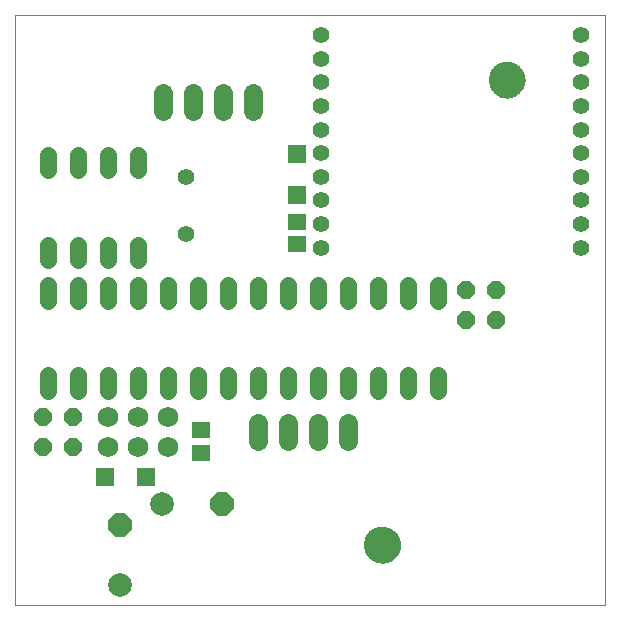
<source format=gts>
G75*
G70*
%OFA0B0*%
%FSLAX24Y24*%
%IPPOS*%
%LPD*%
%AMOC8*
5,1,8,0,0,1.08239X$1,22.5*
%
%ADD10C,0.0000*%
%ADD11C,0.0680*%
%ADD12C,0.0560*%
%ADD13C,0.0640*%
%ADD14C,0.0555*%
%ADD15C,0.0790*%
%ADD16OC8,0.0790*%
%ADD17C,0.0560*%
%ADD18C,0.1221*%
%ADD19OC8,0.0600*%
%ADD20R,0.0631X0.0631*%
%ADD21R,0.0631X0.0552*%
D10*
X001189Y005227D02*
X001189Y024912D01*
X020874Y024912D01*
X020874Y005227D01*
X001189Y005227D01*
X012848Y007240D02*
X012850Y007288D01*
X012856Y007336D01*
X012866Y007383D01*
X012879Y007429D01*
X012897Y007474D01*
X012917Y007518D01*
X012942Y007560D01*
X012970Y007599D01*
X013000Y007636D01*
X013034Y007670D01*
X013071Y007702D01*
X013109Y007731D01*
X013150Y007756D01*
X013193Y007778D01*
X013238Y007796D01*
X013284Y007810D01*
X013331Y007821D01*
X013379Y007828D01*
X013427Y007831D01*
X013475Y007830D01*
X013523Y007825D01*
X013571Y007816D01*
X013617Y007804D01*
X013662Y007787D01*
X013706Y007767D01*
X013748Y007744D01*
X013788Y007717D01*
X013826Y007687D01*
X013861Y007654D01*
X013893Y007618D01*
X013923Y007580D01*
X013949Y007539D01*
X013971Y007496D01*
X013991Y007452D01*
X014006Y007407D01*
X014018Y007360D01*
X014026Y007312D01*
X014030Y007264D01*
X014030Y007216D01*
X014026Y007168D01*
X014018Y007120D01*
X014006Y007073D01*
X013991Y007028D01*
X013971Y006984D01*
X013949Y006941D01*
X013923Y006900D01*
X013893Y006862D01*
X013861Y006826D01*
X013826Y006793D01*
X013788Y006763D01*
X013748Y006736D01*
X013706Y006713D01*
X013662Y006693D01*
X013617Y006676D01*
X013571Y006664D01*
X013523Y006655D01*
X013475Y006650D01*
X013427Y006649D01*
X013379Y006652D01*
X013331Y006659D01*
X013284Y006670D01*
X013238Y006684D01*
X013193Y006702D01*
X013150Y006724D01*
X013109Y006749D01*
X013071Y006778D01*
X013034Y006810D01*
X013000Y006844D01*
X012970Y006881D01*
X012942Y006920D01*
X012917Y006962D01*
X012897Y007006D01*
X012879Y007051D01*
X012866Y007097D01*
X012856Y007144D01*
X012850Y007192D01*
X012848Y007240D01*
X016998Y022740D02*
X017000Y022788D01*
X017006Y022836D01*
X017016Y022883D01*
X017029Y022929D01*
X017047Y022974D01*
X017067Y023018D01*
X017092Y023060D01*
X017120Y023099D01*
X017150Y023136D01*
X017184Y023170D01*
X017221Y023202D01*
X017259Y023231D01*
X017300Y023256D01*
X017343Y023278D01*
X017388Y023296D01*
X017434Y023310D01*
X017481Y023321D01*
X017529Y023328D01*
X017577Y023331D01*
X017625Y023330D01*
X017673Y023325D01*
X017721Y023316D01*
X017767Y023304D01*
X017812Y023287D01*
X017856Y023267D01*
X017898Y023244D01*
X017938Y023217D01*
X017976Y023187D01*
X018011Y023154D01*
X018043Y023118D01*
X018073Y023080D01*
X018099Y023039D01*
X018121Y022996D01*
X018141Y022952D01*
X018156Y022907D01*
X018168Y022860D01*
X018176Y022812D01*
X018180Y022764D01*
X018180Y022716D01*
X018176Y022668D01*
X018168Y022620D01*
X018156Y022573D01*
X018141Y022528D01*
X018121Y022484D01*
X018099Y022441D01*
X018073Y022400D01*
X018043Y022362D01*
X018011Y022326D01*
X017976Y022293D01*
X017938Y022263D01*
X017898Y022236D01*
X017856Y022213D01*
X017812Y022193D01*
X017767Y022176D01*
X017721Y022164D01*
X017673Y022155D01*
X017625Y022150D01*
X017577Y022149D01*
X017529Y022152D01*
X017481Y022159D01*
X017434Y022170D01*
X017388Y022184D01*
X017343Y022202D01*
X017300Y022224D01*
X017259Y022249D01*
X017221Y022278D01*
X017184Y022310D01*
X017150Y022344D01*
X017120Y022381D01*
X017092Y022420D01*
X017067Y022462D01*
X017047Y022506D01*
X017029Y022551D01*
X017016Y022597D01*
X017006Y022644D01*
X017000Y022692D01*
X016998Y022740D01*
D11*
X006289Y011490D03*
X006289Y010490D03*
X005289Y010490D03*
X005289Y011490D03*
X004289Y011490D03*
X004289Y010490D03*
D12*
X004289Y012380D02*
X004289Y012900D01*
X005289Y012900D02*
X005289Y012380D01*
X006289Y012380D02*
X006289Y012900D01*
X007289Y012900D02*
X007289Y012380D01*
X008289Y012380D02*
X008289Y012900D01*
X009289Y012900D02*
X009289Y012380D01*
X010289Y012380D02*
X010289Y012900D01*
X011289Y012900D02*
X011289Y012380D01*
X012289Y012380D02*
X012289Y012900D01*
X013289Y012900D02*
X013289Y012380D01*
X014289Y012380D02*
X014289Y012900D01*
X015289Y012900D02*
X015289Y012380D01*
X015289Y015380D02*
X015289Y015900D01*
X014289Y015900D02*
X014289Y015380D01*
X013289Y015380D02*
X013289Y015900D01*
X012289Y015900D02*
X012289Y015380D01*
X011289Y015380D02*
X011289Y015900D01*
X010289Y015900D02*
X010289Y015380D01*
X009289Y015380D02*
X009289Y015900D01*
X008289Y015900D02*
X008289Y015380D01*
X007289Y015380D02*
X007289Y015900D01*
X006289Y015900D02*
X006289Y015380D01*
X005289Y015380D02*
X005289Y015900D01*
X005289Y016730D02*
X005289Y017250D01*
X004289Y017250D02*
X004289Y016730D01*
X004289Y015900D02*
X004289Y015380D01*
X003289Y015380D02*
X003289Y015900D01*
X003289Y016730D02*
X003289Y017250D01*
X002289Y017250D02*
X002289Y016730D01*
X002289Y015900D02*
X002289Y015380D01*
X002289Y012900D02*
X002289Y012380D01*
X003289Y012380D02*
X003289Y012900D01*
X003289Y019730D02*
X003289Y020250D01*
X002289Y020250D02*
X002289Y019730D01*
X004289Y019730D02*
X004289Y020250D01*
X005289Y020250D02*
X005289Y019730D01*
D13*
X006139Y021690D02*
X006139Y022290D01*
X007139Y022290D02*
X007139Y021690D01*
X008139Y021690D02*
X008139Y022290D01*
X009139Y022290D02*
X009139Y021690D01*
X009289Y011290D02*
X009289Y010690D01*
X010289Y010690D02*
X010289Y011290D01*
X011289Y011290D02*
X011289Y010690D01*
X012289Y010690D02*
X012289Y011290D01*
D14*
X011409Y017147D03*
X011409Y017934D03*
X011409Y018722D03*
X011409Y019509D03*
X011409Y020296D03*
X011409Y021084D03*
X011409Y021871D03*
X011409Y022659D03*
X011409Y023446D03*
X011409Y024233D03*
X020070Y024233D03*
X020070Y023446D03*
X020070Y022659D03*
X020070Y021871D03*
X020070Y021084D03*
X020070Y020296D03*
X020070Y019509D03*
X020070Y018722D03*
X020070Y017934D03*
X020070Y017147D03*
D15*
X006089Y008590D03*
X004689Y005890D03*
D16*
X004689Y007890D03*
X008089Y008590D03*
D17*
X006889Y017590D03*
X006889Y019490D03*
D18*
X013439Y007240D03*
X017589Y022740D03*
D19*
X017239Y015740D03*
X017239Y014740D03*
X016239Y014740D03*
X016239Y015740D03*
X003139Y011490D03*
X003139Y010490D03*
X002139Y010490D03*
X002139Y011490D03*
D20*
X004200Y009490D03*
X005578Y009490D03*
X010589Y018901D03*
X010589Y020279D03*
D21*
X010589Y018014D03*
X010589Y017266D03*
X007389Y011064D03*
X007389Y010316D03*
M02*

</source>
